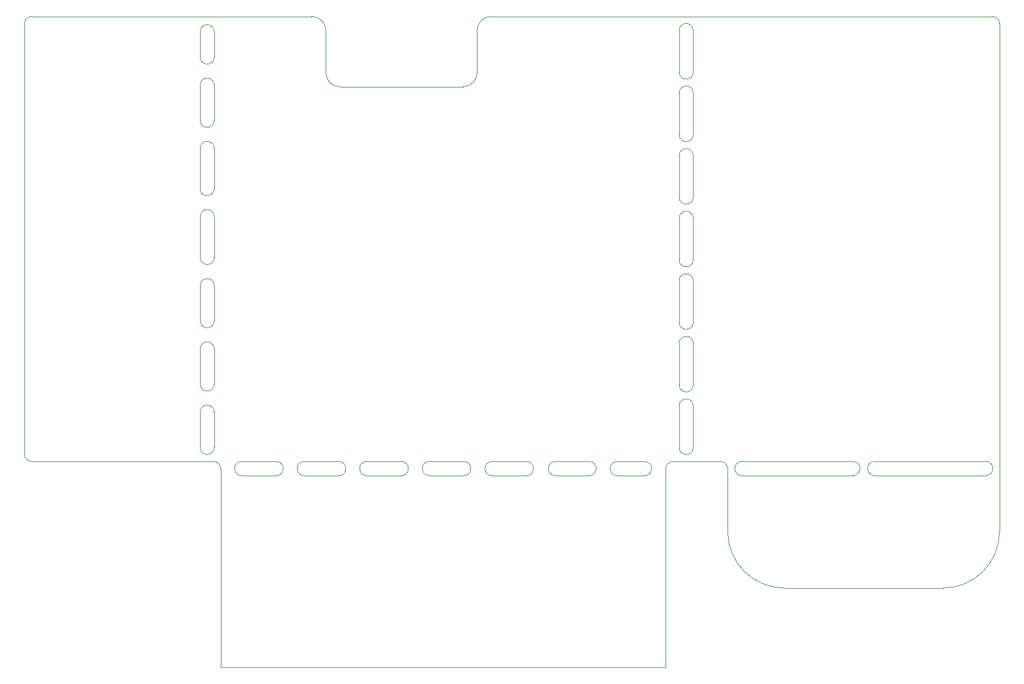
<source format=gbr>
G04 #@! TF.GenerationSoftware,KiCad,Pcbnew,(5.1.9)-1*
G04 #@! TF.CreationDate,2021-05-05T14:43:55+02:00*
G04 #@! TF.ProjectId,MTDevBoard,4d544465-7642-46f6-9172-642e6b696361,rev?*
G04 #@! TF.SameCoordinates,Original*
G04 #@! TF.FileFunction,Profile,NP*
%FSLAX46Y46*%
G04 Gerber Fmt 4.6, Leading zero omitted, Abs format (unit mm)*
G04 Created by KiCad (PCBNEW (5.1.9)-1) date 2021-05-05 14:43:55*
%MOMM*%
%LPD*%
G01*
G04 APERTURE LIST*
G04 #@! TA.AperFunction,Profile*
%ADD10C,0.050000*%
G04 #@! TD*
G04 APERTURE END LIST*
D10*
X92350000Y-42800000D02*
X92350000Y-36800000D01*
X70850000Y-36800000D02*
X70850000Y-42800000D01*
X72850000Y-44800000D02*
G75*
G02*
X70850000Y-42800000I0J2000000D01*
G01*
X68850000Y-34800000D02*
G75*
G02*
X70850000Y-36800000I0J-2000000D01*
G01*
X92350000Y-42800000D02*
G75*
G02*
X90350000Y-44800000I-2000000J0D01*
G01*
X92350000Y-36800000D02*
G75*
G02*
X94350000Y-34800000I2000000J0D01*
G01*
X165650000Y-34800000D02*
G75*
G02*
X166650000Y-35800000I0J-1000000D01*
G01*
X28000000Y-35790000D02*
G75*
G02*
X29000000Y-34790000I1000000J0D01*
G01*
X29000000Y-98100000D02*
G75*
G02*
X28000000Y-97100000I0J1000000D01*
G01*
X166650000Y-108080000D02*
G75*
G02*
X158650000Y-116080000I-8000000J0D01*
G01*
X136000000Y-116080000D02*
G75*
G02*
X128000000Y-108080000I0J8000000D01*
G01*
X127000000Y-98100000D02*
G75*
G02*
X128000000Y-99100000I0J-1000000D01*
G01*
X119190000Y-99100000D02*
G75*
G02*
X120190000Y-98100000I1000000J0D01*
G01*
X54880000Y-98100000D02*
G75*
G02*
X55880000Y-99100000I0J-1000000D01*
G01*
X52970000Y-96084000D02*
X52970000Y-91084000D01*
X52970000Y-91084000D02*
G75*
G02*
X54970000Y-91084000I1000000J0D01*
G01*
X54970000Y-96084000D02*
G75*
G02*
X52970000Y-96084000I-1000000J0D01*
G01*
X54970000Y-96084000D02*
X54970000Y-91084000D01*
X54880000Y-98100000D02*
X29000000Y-98100000D01*
X29000000Y-34790000D02*
X68850000Y-34800000D01*
X120190000Y-98100000D02*
X127000000Y-98100000D01*
X28000000Y-97100000D02*
X28000000Y-35790000D01*
X55880000Y-127400000D02*
X55880000Y-99100000D01*
X112280000Y-100100000D02*
X116180000Y-100100000D01*
X119180000Y-127400000D02*
X119190000Y-99100000D01*
X112280000Y-100100000D02*
G75*
G02*
X112280000Y-98100000I0J1000000D01*
G01*
X116180000Y-98100000D02*
G75*
G02*
X116180000Y-100100000I0J-1000000D01*
G01*
X112280000Y-98100000D02*
X116180000Y-98100000D01*
X85560000Y-98100000D02*
X90482000Y-98100000D01*
X94480000Y-98100000D02*
X99382000Y-98100000D01*
X76660000Y-100100000D02*
X81582000Y-100100000D01*
X90482000Y-98100000D02*
G75*
G02*
X90482000Y-100100000I0J-1000000D01*
G01*
X85560000Y-100100000D02*
X90482000Y-100100000D01*
X85560000Y-100100000D02*
G75*
G02*
X85560000Y-98100000I0J1000000D01*
G01*
X99382000Y-98100000D02*
G75*
G02*
X99382000Y-100100000I0J-1000000D01*
G01*
X103480000Y-98100000D02*
X108282000Y-98100000D01*
X81582000Y-98100000D02*
G75*
G02*
X81582000Y-100100000I0J-1000000D01*
G01*
X94480000Y-100100000D02*
X99382000Y-100100000D01*
X94480000Y-100100000D02*
G75*
G02*
X94480000Y-98100000I0J1000000D01*
G01*
X76660000Y-100100000D02*
G75*
G02*
X76660000Y-98100000I0J1000000D01*
G01*
X67760000Y-100100000D02*
G75*
G02*
X67760000Y-98100000I0J1000000D01*
G01*
X63782000Y-98100000D02*
G75*
G02*
X63782000Y-100100000I0J-1000000D01*
G01*
X58870000Y-98100000D02*
X63782000Y-98100000D01*
X72682000Y-98100000D02*
G75*
G02*
X72682000Y-100100000I0J-1000000D01*
G01*
X67760000Y-100100000D02*
X72682000Y-100100000D01*
X67760000Y-98100000D02*
X72682000Y-98100000D01*
X58870000Y-100100000D02*
G75*
G02*
X58870000Y-98100000I0J1000000D01*
G01*
X76660000Y-98100000D02*
X81582000Y-98100000D01*
X58870000Y-100100000D02*
X63782000Y-100100000D01*
X103480000Y-100100000D02*
X108282000Y-100100000D01*
X108282000Y-98100000D02*
G75*
G02*
X108282000Y-100100000I0J-1000000D01*
G01*
X103480000Y-100100000D02*
G75*
G02*
X103480000Y-98100000I0J1000000D01*
G01*
X55880000Y-127400000D02*
X119180000Y-127400000D01*
X123100000Y-36800000D02*
X123100000Y-42700000D01*
X123100000Y-45700000D02*
X123100000Y-51600000D01*
X121100000Y-45700000D02*
X121100000Y-51600000D01*
X123100000Y-51600000D02*
G75*
G02*
X121100000Y-51600000I-1000000J0D01*
G01*
X121100000Y-36800000D02*
G75*
G02*
X123100000Y-36800000I1000000J0D01*
G01*
X123100000Y-42700000D02*
G75*
G02*
X121100000Y-42700000I-1000000J0D01*
G01*
X121100000Y-45700000D02*
G75*
G02*
X123100000Y-45700000I1000000J0D01*
G01*
X121100000Y-36800000D02*
X121100000Y-42700000D01*
X123100000Y-54600000D02*
X123100000Y-60500000D01*
X121100000Y-54600000D02*
G75*
G02*
X123100000Y-54600000I1000000J0D01*
G01*
X121100000Y-54600000D02*
X121100000Y-60500000D01*
X123100000Y-60500000D02*
G75*
G02*
X121100000Y-60500000I-1000000J0D01*
G01*
X123100000Y-63500000D02*
X123100000Y-69400000D01*
X121100000Y-63500000D02*
X121100000Y-69400000D01*
X123100000Y-69400000D02*
G75*
G02*
X121100000Y-69400000I-1000000J0D01*
G01*
X121100000Y-63500000D02*
G75*
G02*
X123100000Y-63500000I1000000J0D01*
G01*
X123100000Y-72400000D02*
X123100000Y-78300000D01*
X121100000Y-72400000D02*
G75*
G02*
X123100000Y-72400000I1000000J0D01*
G01*
X121100000Y-72400000D02*
X121100000Y-78300000D01*
X123100000Y-78300000D02*
G75*
G02*
X121100000Y-78300000I-1000000J0D01*
G01*
X123100000Y-81300000D02*
X123100000Y-87200000D01*
X121100000Y-81300000D02*
G75*
G02*
X123100000Y-81300000I1000000J0D01*
G01*
X121100000Y-81300000D02*
X121100000Y-87200000D01*
X123100000Y-87200000D02*
G75*
G02*
X121100000Y-87200000I-1000000J0D01*
G01*
X54970000Y-69080000D02*
X54970000Y-63280000D01*
X54970000Y-69080000D02*
G75*
G02*
X52970000Y-69080000I-1000000J0D01*
G01*
X52970000Y-63280000D02*
G75*
G02*
X54970000Y-63280000I1000000J0D01*
G01*
X52970000Y-69080000D02*
X52970000Y-63280000D01*
X128000000Y-108080000D02*
X128000000Y-99100000D01*
X72850000Y-44800000D02*
X90350000Y-44800000D01*
X136000000Y-116080000D02*
X158650000Y-116080000D01*
X148900000Y-100100000D02*
G75*
G02*
X148900000Y-98100000I0J1000000D01*
G01*
X164700000Y-98100000D02*
G75*
G02*
X164700000Y-100100000I0J-1000000D01*
G01*
X164700000Y-100100000D02*
X148900000Y-100100000D01*
X164700000Y-98100000D02*
X148900000Y-98100000D01*
X145800000Y-98100000D02*
G75*
G02*
X145800000Y-100100000I0J-1000000D01*
G01*
X130000000Y-100100000D02*
G75*
G02*
X130000000Y-98100000I0J1000000D01*
G01*
X145800000Y-98100000D02*
X130000000Y-98100000D01*
X145800000Y-100100000D02*
X130000000Y-100100000D01*
X166650000Y-108080000D02*
X166650000Y-100050000D01*
X106900000Y-34800000D02*
X165650000Y-34800000D01*
X166650000Y-35800000D02*
X166650000Y-100050000D01*
X94350000Y-34800000D02*
X106900000Y-34800000D01*
X54970000Y-40570000D02*
X54970000Y-36970000D01*
X52970000Y-49570000D02*
X52970000Y-44570000D01*
X52970000Y-36970000D02*
G75*
G02*
X54970000Y-36970000I1000000J0D01*
G01*
X54970000Y-40570000D02*
G75*
G02*
X52970000Y-40570000I-1000000J0D01*
G01*
X52970000Y-40570000D02*
X52970000Y-36970000D01*
X54970000Y-49570000D02*
X54970000Y-44570000D01*
X54970000Y-49570000D02*
G75*
G02*
X52970000Y-49570000I-1000000J0D01*
G01*
X52970000Y-44570000D02*
G75*
G02*
X54970000Y-44570000I1000000J0D01*
G01*
X54970000Y-59280000D02*
G75*
G02*
X52970000Y-59280000I-1000000J0D01*
G01*
X54970000Y-87080000D02*
G75*
G02*
X52970000Y-87080000I-1000000J0D01*
G01*
X54970000Y-82080000D02*
X54970000Y-87080000D01*
X52970000Y-73080000D02*
G75*
G02*
X54970000Y-73080000I1000000J0D01*
G01*
X54970000Y-59280000D02*
X54970000Y-53570000D01*
X52970000Y-82080000D02*
G75*
G02*
X54970000Y-82080000I1000000J0D01*
G01*
X52970000Y-53570000D02*
G75*
G02*
X54970000Y-53570000I1000000J0D01*
G01*
X54970000Y-78080000D02*
G75*
G02*
X52970000Y-78080000I-1000000J0D01*
G01*
X54970000Y-78080000D02*
X54970000Y-73080000D01*
X52970000Y-59280000D02*
X52970000Y-53570000D01*
X52970000Y-78080000D02*
X52970000Y-73080000D01*
X52970000Y-87080000D02*
X52970000Y-82080000D01*
X123100000Y-90200000D02*
X123100000Y-96100000D01*
X121100000Y-90200000D02*
X121100000Y-96100000D01*
X123100000Y-96100000D02*
G75*
G02*
X121100000Y-96100000I-1000000J0D01*
G01*
X121100000Y-90200000D02*
G75*
G02*
X123100000Y-90200000I1000000J0D01*
G01*
M02*

</source>
